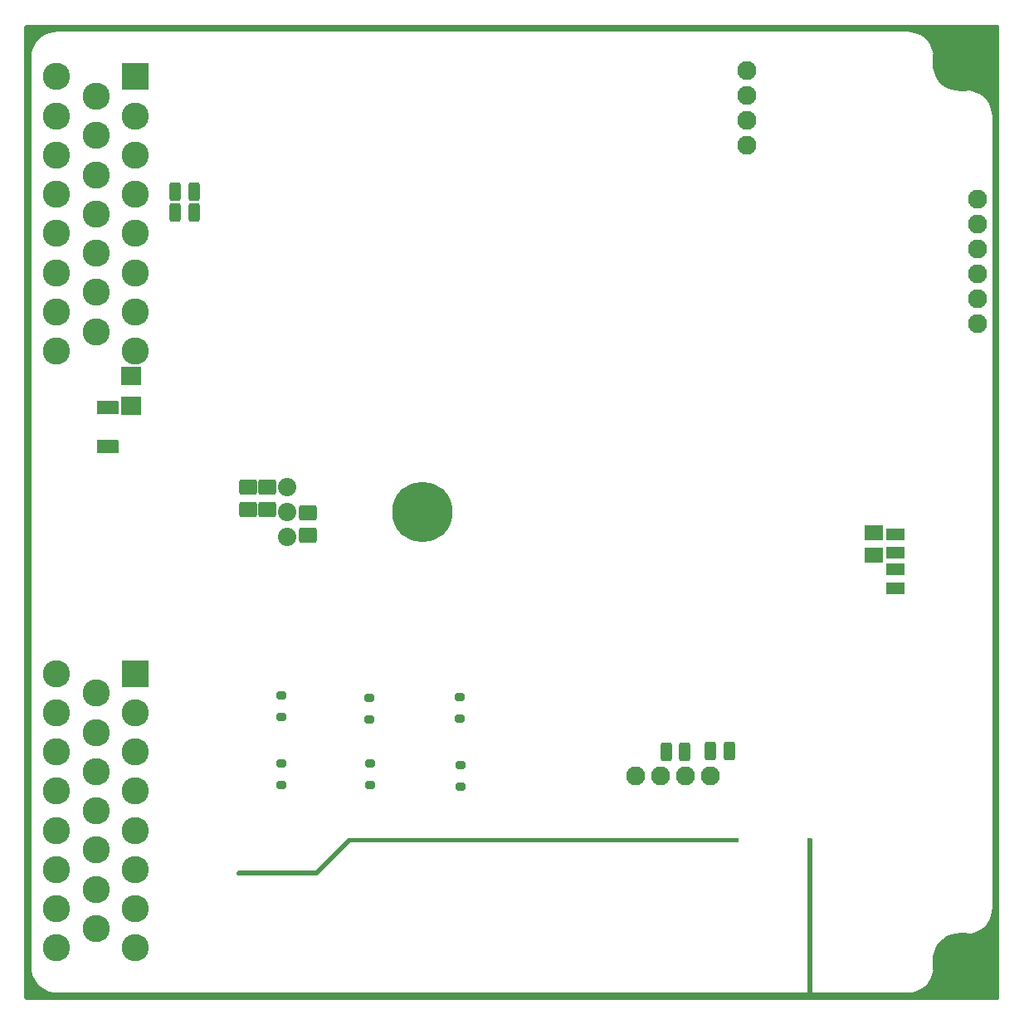
<source format=gbs>
G04*
G04 #@! TF.GenerationSoftware,Altium Limited,Altium Designer,24.5.2 (23)*
G04*
G04 Layer_Color=16711935*
%FSLAX44Y44*%
%MOMM*%
G71*
G04*
G04 #@! TF.SameCoordinates,49661B99-7F85-447B-B4A6-A33B5E3A9DE8*
G04*
G04*
G04 #@! TF.FilePolarity,Negative*
G04*
G01*
G75*
G04:AMPARAMS|DCode=69|XSize=1.15mm|YSize=1.85mm|CornerRadius=0.2mm|HoleSize=0mm|Usage=FLASHONLY|Rotation=0.000|XOffset=0mm|YOffset=0mm|HoleType=Round|Shape=RoundedRectangle|*
%AMROUNDEDRECTD69*
21,1,1.1500,1.4500,0,0,0.0*
21,1,0.7500,1.8500,0,0,0.0*
1,1,0.4000,0.3750,-0.7250*
1,1,0.4000,-0.3750,-0.7250*
1,1,0.4000,-0.3750,0.7250*
1,1,0.4000,0.3750,0.7250*
%
%ADD69ROUNDEDRECTD69*%
G04:AMPARAMS|DCode=78|XSize=1.55mm|YSize=1.85mm|CornerRadius=0.25mm|HoleSize=0mm|Usage=FLASHONLY|Rotation=270.000|XOffset=0mm|YOffset=0mm|HoleType=Round|Shape=RoundedRectangle|*
%AMROUNDEDRECTD78*
21,1,1.5500,1.3500,0,0,270.0*
21,1,1.0500,1.8500,0,0,270.0*
1,1,0.5000,-0.6750,-0.5250*
1,1,0.5000,-0.6750,0.5250*
1,1,0.5000,0.6750,0.5250*
1,1,0.5000,0.6750,-0.5250*
%
%ADD78ROUNDEDRECTD78*%
G04:AMPARAMS|DCode=82|XSize=0.78mm|YSize=0.98mm|CornerRadius=0.1538mm|HoleSize=0mm|Usage=FLASHONLY|Rotation=270.000|XOffset=0mm|YOffset=0mm|HoleType=Round|Shape=RoundedRectangle|*
%AMROUNDEDRECTD82*
21,1,0.7800,0.6725,0,0,270.0*
21,1,0.4725,0.9800,0,0,270.0*
1,1,0.3075,-0.3363,-0.2362*
1,1,0.3075,-0.3363,0.2362*
1,1,0.3075,0.3363,0.2362*
1,1,0.3075,0.3363,-0.2362*
%
%ADD82ROUNDEDRECTD82*%
%ADD84R,1.9900X1.9500*%
%ADD103R,1.8500X1.1500*%
%ADD107C,6.1500*%
%ADD108C,1.9400*%
%ADD109C,1.8750*%
%ADD110C,2.7750*%
%ADD111R,2.7750X2.7750*%
%ADD112C,0.6500*%
%ADD128R,1.8500X1.5500*%
G04:AMPARAMS|DCode=129|XSize=1.42mm|YSize=2.25mm|CornerRadius=0.2338mm|HoleSize=0mm|Usage=FLASHONLY|Rotation=270.000|XOffset=0mm|YOffset=0mm|HoleType=Round|Shape=RoundedRectangle|*
%AMROUNDEDRECTD129*
21,1,1.4200,1.7825,0,0,270.0*
21,1,0.9525,2.2500,0,0,270.0*
1,1,0.4675,-0.8913,-0.4763*
1,1,0.4675,-0.8913,0.4763*
1,1,0.4675,0.8913,0.4763*
1,1,0.4675,0.8913,-0.4763*
%
%ADD129ROUNDEDRECTD129*%
G36*
X996365Y997043D02*
X997043Y996365D01*
X997410Y995479D01*
Y995000D01*
Y5000D01*
Y4521D01*
X997043Y3635D01*
X996365Y2957D01*
X995480Y2590D01*
X4521D01*
X3635Y2957D01*
X2957Y3635D01*
X2590Y4521D01*
Y5000D01*
Y995000D01*
Y995480D01*
X2957Y996365D01*
X3635Y997043D01*
X4521Y997410D01*
X995479D01*
X996365Y997043D01*
D02*
G37*
%LPC*%
G36*
X904600Y990000D02*
X35400D01*
X32910Y989878D01*
X28027Y988906D01*
X23426Y987001D01*
X19286Y984234D01*
X15766Y980714D01*
X12999Y976573D01*
X11094Y971973D01*
X10122Y967090D01*
X10000Y964600D01*
Y35400D01*
X10122Y32910D01*
X11094Y28027D01*
X12999Y23426D01*
X15766Y19286D01*
X19286Y15766D01*
X23426Y12999D01*
X28027Y11094D01*
X32910Y10122D01*
X35400Y10000D01*
X801500D01*
Y167750D01*
X805000D01*
X806500Y166250D01*
Y10000D01*
X904600D01*
X907090Y10122D01*
X911973Y11094D01*
X916573Y12999D01*
X920714Y15766D01*
X924234Y19286D01*
X927001Y23426D01*
X928906Y28027D01*
X929878Y32910D01*
X930000Y35400D01*
Y44600D01*
Y47102D01*
X930976Y52009D01*
X932891Y56631D01*
X935670Y60792D01*
X939208Y64330D01*
X943369Y67109D01*
X947991Y69024D01*
X952898Y70000D01*
X964600D01*
X967090Y70122D01*
X971973Y71094D01*
X976573Y72999D01*
X980714Y75766D01*
X984234Y79286D01*
X987001Y83427D01*
X988906Y88027D01*
X989878Y92910D01*
X990000Y95400D01*
Y904600D01*
X989878Y907090D01*
X988906Y911973D01*
X987001Y916573D01*
X984234Y920714D01*
X980714Y924234D01*
X976573Y927001D01*
X971973Y928906D01*
X967090Y929878D01*
X964600Y930000D01*
X952898D01*
X947991Y930976D01*
X943369Y932891D01*
X939208Y935670D01*
X935670Y939208D01*
X932891Y943369D01*
X930976Y947991D01*
X930000Y952898D01*
Y955400D01*
Y964600D01*
X929878Y967090D01*
X928906Y971973D01*
X927001Y976573D01*
X924234Y980714D01*
X920714Y984234D01*
X916573Y987001D01*
X911973Y988906D01*
X907090Y989878D01*
X904600Y990000D01*
D02*
G37*
%LPD*%
G36*
X731000Y163368D02*
X729500Y162750D01*
X335000D01*
X301250Y129000D01*
X220500D01*
X219000Y130500D01*
Y132500D01*
X220500Y134000D01*
X299250D01*
X333000Y167750D01*
X731000D01*
Y163368D01*
D02*
G37*
D69*
X702650Y256650D02*
D03*
X721650D02*
D03*
X676500Y255250D02*
D03*
X657500D02*
D03*
X156500Y827250D02*
D03*
X175500D02*
D03*
X156680Y806120D02*
D03*
X175680D02*
D03*
D78*
X292100Y476250D02*
D03*
Y499110D02*
D03*
X250190Y525400D02*
D03*
Y502540D02*
D03*
X231140Y525400D02*
D03*
Y502540D02*
D03*
D82*
X446750Y288960D02*
D03*
Y311260D02*
D03*
X447910Y219960D02*
D03*
Y242260D02*
D03*
X355660Y221560D02*
D03*
Y243860D02*
D03*
X354860Y288120D02*
D03*
Y310420D02*
D03*
X264340Y221530D02*
D03*
Y243830D02*
D03*
X264500Y290850D02*
D03*
Y313150D02*
D03*
D84*
X111760Y638810D02*
D03*
Y608810D02*
D03*
D103*
X891540Y477520D02*
D03*
Y458520D02*
D03*
Y422300D02*
D03*
Y441300D02*
D03*
D107*
X960000Y40000D02*
D03*
Y960000D02*
D03*
X408940Y500000D02*
D03*
D108*
X677250Y230750D02*
D03*
X626450D02*
D03*
X702650D02*
D03*
X651850D02*
D03*
X739500Y899350D02*
D03*
Y950150D02*
D03*
Y873950D02*
D03*
Y924750D02*
D03*
X975360Y819150D02*
D03*
Y793750D02*
D03*
Y768350D02*
D03*
Y742950D02*
D03*
Y717550D02*
D03*
Y692150D02*
D03*
D109*
X270510Y525400D02*
D03*
Y500000D02*
D03*
Y474600D02*
D03*
D110*
X35570Y704210D02*
D03*
Y744210D02*
D03*
Y784210D02*
D03*
Y824210D02*
D03*
Y864210D02*
D03*
Y904210D02*
D03*
X75570Y724210D02*
D03*
Y764210D02*
D03*
Y804210D02*
D03*
Y844210D02*
D03*
Y884210D02*
D03*
X115570Y704210D02*
D03*
Y744210D02*
D03*
Y784210D02*
D03*
Y824210D02*
D03*
Y864210D02*
D03*
Y904210D02*
D03*
X35570Y664210D02*
D03*
Y944210D02*
D03*
X75570Y684210D02*
D03*
Y924210D02*
D03*
X115570Y664210D02*
D03*
X35570Y95280D02*
D03*
Y135280D02*
D03*
Y175280D02*
D03*
Y215280D02*
D03*
Y255280D02*
D03*
Y295280D02*
D03*
X75570Y115280D02*
D03*
Y155280D02*
D03*
Y195280D02*
D03*
Y235280D02*
D03*
Y275280D02*
D03*
X115570Y95280D02*
D03*
Y135280D02*
D03*
Y175280D02*
D03*
Y215280D02*
D03*
Y255280D02*
D03*
Y295280D02*
D03*
X35570Y55280D02*
D03*
Y335280D02*
D03*
X75570Y75280D02*
D03*
Y315280D02*
D03*
X115570Y55280D02*
D03*
D111*
Y944210D02*
D03*
Y335280D02*
D03*
D112*
X960000Y62860D02*
D03*
X943836Y56164D02*
D03*
X937140Y40000D02*
D03*
X943836Y23835D02*
D03*
X960000Y17140D02*
D03*
X976164Y23835D02*
D03*
X982860Y40000D02*
D03*
X976164Y56164D02*
D03*
X943836Y976164D02*
D03*
X960000Y982860D02*
D03*
X976164Y976164D02*
D03*
X982860Y960000D02*
D03*
X976164Y943836D02*
D03*
X960000Y937140D02*
D03*
X943836Y943836D02*
D03*
X937140Y960000D02*
D03*
X392775Y516164D02*
D03*
X408940Y522860D02*
D03*
X425104Y516164D02*
D03*
X431800Y500000D02*
D03*
X425104Y483835D02*
D03*
X408940Y477140D02*
D03*
X392775Y483835D02*
D03*
X386080Y500000D02*
D03*
D128*
X869520Y455930D02*
D03*
Y478790D02*
D03*
D129*
X87630Y567360D02*
D03*
Y607060D02*
D03*
M02*

</source>
